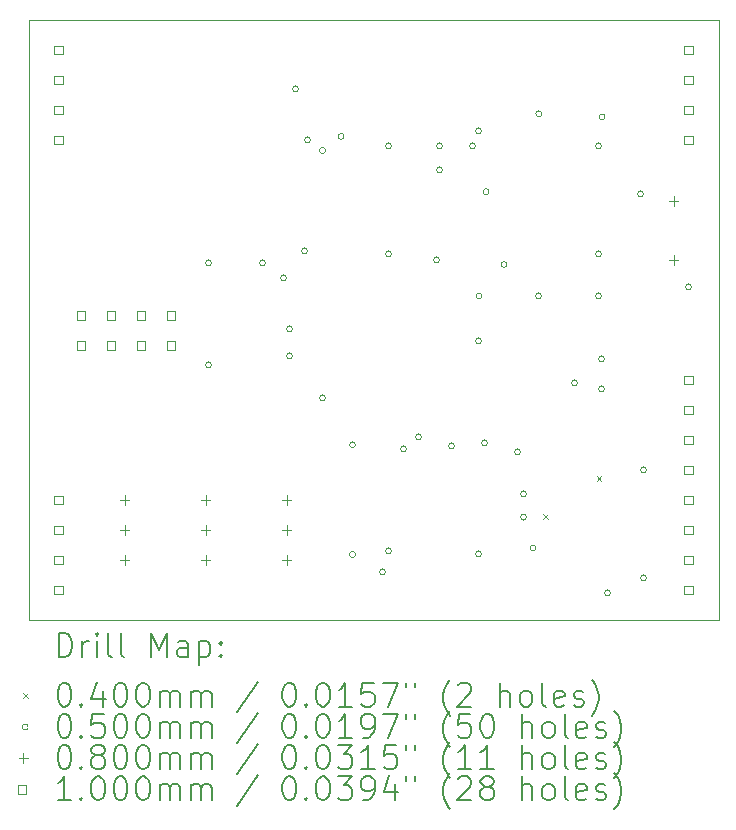
<source format=gbr>
%FSLAX45Y45*%
G04 Gerber Fmt 4.5, Leading zero omitted, Abs format (unit mm)*
G04 Created by KiCad (PCBNEW 6.0.5+dfsg-1~bpo11+1) date 2022-08-08 19:40:30*
%MOMM*%
%LPD*%
G01*
G04 APERTURE LIST*
%TA.AperFunction,Profile*%
%ADD10C,0.050000*%
%TD*%
%ADD11C,0.200000*%
%ADD12C,0.040000*%
%ADD13C,0.050000*%
%ADD14C,0.080000*%
%ADD15C,0.100000*%
G04 APERTURE END LIST*
D10*
X18097500Y-7302500D02*
X12255500Y-7302500D01*
X12255500Y-12382500D02*
X18097500Y-12382500D01*
X18097500Y-12382500D02*
X18097500Y-7302500D01*
X12255500Y-7302500D02*
X12255500Y-12382500D01*
D11*
D12*
X16614460Y-11488740D02*
X16654460Y-11528740D01*
X16654460Y-11488740D02*
X16614460Y-11528740D01*
X17066580Y-11163620D02*
X17106580Y-11203620D01*
X17106580Y-11163620D02*
X17066580Y-11203620D01*
D13*
X13804500Y-9359900D02*
G75*
G03*
X13804500Y-9359900I-25000J0D01*
G01*
X13804500Y-10223500D02*
G75*
G03*
X13804500Y-10223500I-25000J0D01*
G01*
X14261700Y-9359900D02*
G75*
G03*
X14261700Y-9359900I-25000J0D01*
G01*
X14439500Y-9486900D02*
G75*
G03*
X14439500Y-9486900I-25000J0D01*
G01*
X14490300Y-9918700D02*
G75*
G03*
X14490300Y-9918700I-25000J0D01*
G01*
X14490300Y-10147300D02*
G75*
G03*
X14490300Y-10147300I-25000J0D01*
G01*
X14541100Y-7886700D02*
G75*
G03*
X14541100Y-7886700I-25000J0D01*
G01*
X14617300Y-9258300D02*
G75*
G03*
X14617300Y-9258300I-25000J0D01*
G01*
X14642700Y-8318500D02*
G75*
G03*
X14642700Y-8318500I-25000J0D01*
G01*
X14769700Y-8408450D02*
G75*
G03*
X14769700Y-8408450I-25000J0D01*
G01*
X14769700Y-10502900D02*
G75*
G03*
X14769700Y-10502900I-25000J0D01*
G01*
X14926579Y-8288621D02*
G75*
G03*
X14926579Y-8288621I-25000J0D01*
G01*
X15023700Y-10899140D02*
G75*
G03*
X15023700Y-10899140I-25000J0D01*
G01*
X15023700Y-11828780D02*
G75*
G03*
X15023700Y-11828780I-25000J0D01*
G01*
X15277700Y-11976100D02*
G75*
G03*
X15277700Y-11976100I-25000J0D01*
G01*
X15328500Y-8369300D02*
G75*
G03*
X15328500Y-8369300I-25000J0D01*
G01*
X15328500Y-9283700D02*
G75*
G03*
X15328500Y-9283700I-25000J0D01*
G01*
X15328500Y-11798300D02*
G75*
G03*
X15328500Y-11798300I-25000J0D01*
G01*
X15455500Y-10934700D02*
G75*
G03*
X15455500Y-10934700I-25000J0D01*
G01*
X15582500Y-10833100D02*
G75*
G03*
X15582500Y-10833100I-25000J0D01*
G01*
X15734900Y-9334500D02*
G75*
G03*
X15734900Y-9334500I-25000J0D01*
G01*
X15760300Y-8369300D02*
G75*
G03*
X15760300Y-8369300I-25000J0D01*
G01*
X15760300Y-8572500D02*
G75*
G03*
X15760300Y-8572500I-25000J0D01*
G01*
X15861900Y-10909300D02*
G75*
G03*
X15861900Y-10909300I-25000J0D01*
G01*
X16039700Y-8369300D02*
G75*
G03*
X16039700Y-8369300I-25000J0D01*
G01*
X16090500Y-8242300D02*
G75*
G03*
X16090500Y-8242300I-25000J0D01*
G01*
X16090500Y-10020300D02*
G75*
G03*
X16090500Y-10020300I-25000J0D01*
G01*
X16090500Y-11823700D02*
G75*
G03*
X16090500Y-11823700I-25000J0D01*
G01*
X16094550Y-9640152D02*
G75*
G03*
X16094550Y-9640152I-25000J0D01*
G01*
X16141300Y-10883900D02*
G75*
G03*
X16141300Y-10883900I-25000J0D01*
G01*
X16154703Y-8756950D02*
G75*
G03*
X16154703Y-8756950I-25000J0D01*
G01*
X16306504Y-9372704D02*
G75*
G03*
X16306504Y-9372704I-25000J0D01*
G01*
X16420700Y-10960100D02*
G75*
G03*
X16420700Y-10960100I-25000J0D01*
G01*
X16471500Y-11315700D02*
G75*
G03*
X16471500Y-11315700I-25000J0D01*
G01*
X16471500Y-11512250D02*
G75*
G03*
X16471500Y-11512250I-25000J0D01*
G01*
X16551950Y-11772900D02*
G75*
G03*
X16551950Y-11772900I-25000J0D01*
G01*
X16598500Y-9639300D02*
G75*
G03*
X16598500Y-9639300I-25000J0D01*
G01*
X16601040Y-8097520D02*
G75*
G03*
X16601040Y-8097520I-25000J0D01*
G01*
X16903300Y-10375900D02*
G75*
G03*
X16903300Y-10375900I-25000J0D01*
G01*
X17106500Y-8369300D02*
G75*
G03*
X17106500Y-8369300I-25000J0D01*
G01*
X17106500Y-9283700D02*
G75*
G03*
X17106500Y-9283700I-25000J0D01*
G01*
X17106500Y-9639300D02*
G75*
G03*
X17106500Y-9639300I-25000J0D01*
G01*
X17131900Y-10172700D02*
G75*
G03*
X17131900Y-10172700I-25000J0D01*
G01*
X17131900Y-10426700D02*
G75*
G03*
X17131900Y-10426700I-25000J0D01*
G01*
X17136980Y-8122920D02*
G75*
G03*
X17136980Y-8122920I-25000J0D01*
G01*
X17182700Y-12153900D02*
G75*
G03*
X17182700Y-12153900I-25000J0D01*
G01*
X17462100Y-8775700D02*
G75*
G03*
X17462100Y-8775700I-25000J0D01*
G01*
X17487500Y-11112500D02*
G75*
G03*
X17487500Y-11112500I-25000J0D01*
G01*
X17487500Y-12026900D02*
G75*
G03*
X17487500Y-12026900I-25000J0D01*
G01*
X17868500Y-9563100D02*
G75*
G03*
X17868500Y-9563100I-25000J0D01*
G01*
D14*
X13068300Y-11326500D02*
X13068300Y-11406500D01*
X13028300Y-11366500D02*
X13108300Y-11366500D01*
X13068300Y-11580500D02*
X13068300Y-11660500D01*
X13028300Y-11620500D02*
X13108300Y-11620500D01*
X13068300Y-11834500D02*
X13068300Y-11914500D01*
X13028300Y-11874500D02*
X13108300Y-11874500D01*
X13754100Y-11326500D02*
X13754100Y-11406500D01*
X13714100Y-11366500D02*
X13794100Y-11366500D01*
X13754100Y-11580500D02*
X13754100Y-11660500D01*
X13714100Y-11620500D02*
X13794100Y-11620500D01*
X13754100Y-11834500D02*
X13754100Y-11914500D01*
X13714100Y-11874500D02*
X13794100Y-11874500D01*
X14439900Y-11326500D02*
X14439900Y-11406500D01*
X14399900Y-11366500D02*
X14479900Y-11366500D01*
X14439900Y-11580500D02*
X14439900Y-11660500D01*
X14399900Y-11620500D02*
X14479900Y-11620500D01*
X14439900Y-11834500D02*
X14439900Y-11914500D01*
X14399900Y-11874500D02*
X14479900Y-11874500D01*
X17716500Y-8794500D02*
X17716500Y-8874500D01*
X17676500Y-8834500D02*
X17756500Y-8834500D01*
X17716500Y-9294500D02*
X17716500Y-9374500D01*
X17676500Y-9334500D02*
X17756500Y-9334500D01*
D15*
X12544856Y-7591856D02*
X12544856Y-7521144D01*
X12474144Y-7521144D01*
X12474144Y-7591856D01*
X12544856Y-7591856D01*
X12544856Y-7845856D02*
X12544856Y-7775144D01*
X12474144Y-7775144D01*
X12474144Y-7845856D01*
X12544856Y-7845856D01*
X12544856Y-8099856D02*
X12544856Y-8029144D01*
X12474144Y-8029144D01*
X12474144Y-8099856D01*
X12544856Y-8099856D01*
X12544856Y-8353856D02*
X12544856Y-8283144D01*
X12474144Y-8283144D01*
X12474144Y-8353856D01*
X12544856Y-8353856D01*
X12544856Y-11401856D02*
X12544856Y-11331144D01*
X12474144Y-11331144D01*
X12474144Y-11401856D01*
X12544856Y-11401856D01*
X12544856Y-11655856D02*
X12544856Y-11585144D01*
X12474144Y-11585144D01*
X12474144Y-11655856D01*
X12544856Y-11655856D01*
X12544856Y-11909856D02*
X12544856Y-11839144D01*
X12474144Y-11839144D01*
X12474144Y-11909856D01*
X12544856Y-11909856D01*
X12544856Y-12163856D02*
X12544856Y-12093144D01*
X12474144Y-12093144D01*
X12474144Y-12163856D01*
X12544856Y-12163856D01*
X12735356Y-9839756D02*
X12735356Y-9769044D01*
X12664644Y-9769044D01*
X12664644Y-9839756D01*
X12735356Y-9839756D01*
X12735356Y-10093756D02*
X12735356Y-10023044D01*
X12664644Y-10023044D01*
X12664644Y-10093756D01*
X12735356Y-10093756D01*
X12989356Y-9839756D02*
X12989356Y-9769044D01*
X12918644Y-9769044D01*
X12918644Y-9839756D01*
X12989356Y-9839756D01*
X12989356Y-10093756D02*
X12989356Y-10023044D01*
X12918644Y-10023044D01*
X12918644Y-10093756D01*
X12989356Y-10093756D01*
X13243356Y-9839756D02*
X13243356Y-9769044D01*
X13172644Y-9769044D01*
X13172644Y-9839756D01*
X13243356Y-9839756D01*
X13243356Y-10093756D02*
X13243356Y-10023044D01*
X13172644Y-10023044D01*
X13172644Y-10093756D01*
X13243356Y-10093756D01*
X13497356Y-9839756D02*
X13497356Y-9769044D01*
X13426644Y-9769044D01*
X13426644Y-9839756D01*
X13497356Y-9839756D01*
X13497356Y-10093756D02*
X13497356Y-10023044D01*
X13426644Y-10023044D01*
X13426644Y-10093756D01*
X13497356Y-10093756D01*
X17878856Y-7591856D02*
X17878856Y-7521144D01*
X17808144Y-7521144D01*
X17808144Y-7591856D01*
X17878856Y-7591856D01*
X17878856Y-7845856D02*
X17878856Y-7775144D01*
X17808144Y-7775144D01*
X17808144Y-7845856D01*
X17878856Y-7845856D01*
X17878856Y-8099856D02*
X17878856Y-8029144D01*
X17808144Y-8029144D01*
X17808144Y-8099856D01*
X17878856Y-8099856D01*
X17878856Y-8353856D02*
X17878856Y-8283144D01*
X17808144Y-8283144D01*
X17808144Y-8353856D01*
X17878856Y-8353856D01*
X17878856Y-10385856D02*
X17878856Y-10315144D01*
X17808144Y-10315144D01*
X17808144Y-10385856D01*
X17878856Y-10385856D01*
X17878856Y-10639856D02*
X17878856Y-10569144D01*
X17808144Y-10569144D01*
X17808144Y-10639856D01*
X17878856Y-10639856D01*
X17878856Y-10893856D02*
X17878856Y-10823144D01*
X17808144Y-10823144D01*
X17808144Y-10893856D01*
X17878856Y-10893856D01*
X17878856Y-11147856D02*
X17878856Y-11077144D01*
X17808144Y-11077144D01*
X17808144Y-11147856D01*
X17878856Y-11147856D01*
X17878856Y-11401856D02*
X17878856Y-11331144D01*
X17808144Y-11331144D01*
X17808144Y-11401856D01*
X17878856Y-11401856D01*
X17878856Y-11655856D02*
X17878856Y-11585144D01*
X17808144Y-11585144D01*
X17808144Y-11655856D01*
X17878856Y-11655856D01*
X17878856Y-11909856D02*
X17878856Y-11839144D01*
X17808144Y-11839144D01*
X17808144Y-11909856D01*
X17878856Y-11909856D01*
X17878856Y-12163856D02*
X17878856Y-12093144D01*
X17808144Y-12093144D01*
X17808144Y-12163856D01*
X17878856Y-12163856D01*
D11*
X12510619Y-12695476D02*
X12510619Y-12495476D01*
X12558238Y-12495476D01*
X12586809Y-12505000D01*
X12605857Y-12524048D01*
X12615381Y-12543095D01*
X12624905Y-12581190D01*
X12624905Y-12609762D01*
X12615381Y-12647857D01*
X12605857Y-12666905D01*
X12586809Y-12685952D01*
X12558238Y-12695476D01*
X12510619Y-12695476D01*
X12710619Y-12695476D02*
X12710619Y-12562143D01*
X12710619Y-12600238D02*
X12720143Y-12581190D01*
X12729667Y-12571667D01*
X12748714Y-12562143D01*
X12767762Y-12562143D01*
X12834428Y-12695476D02*
X12834428Y-12562143D01*
X12834428Y-12495476D02*
X12824905Y-12505000D01*
X12834428Y-12514524D01*
X12843952Y-12505000D01*
X12834428Y-12495476D01*
X12834428Y-12514524D01*
X12958238Y-12695476D02*
X12939190Y-12685952D01*
X12929667Y-12666905D01*
X12929667Y-12495476D01*
X13063000Y-12695476D02*
X13043952Y-12685952D01*
X13034428Y-12666905D01*
X13034428Y-12495476D01*
X13291571Y-12695476D02*
X13291571Y-12495476D01*
X13358238Y-12638333D01*
X13424905Y-12495476D01*
X13424905Y-12695476D01*
X13605857Y-12695476D02*
X13605857Y-12590714D01*
X13596333Y-12571667D01*
X13577286Y-12562143D01*
X13539190Y-12562143D01*
X13520143Y-12571667D01*
X13605857Y-12685952D02*
X13586809Y-12695476D01*
X13539190Y-12695476D01*
X13520143Y-12685952D01*
X13510619Y-12666905D01*
X13510619Y-12647857D01*
X13520143Y-12628809D01*
X13539190Y-12619286D01*
X13586809Y-12619286D01*
X13605857Y-12609762D01*
X13701095Y-12562143D02*
X13701095Y-12762143D01*
X13701095Y-12571667D02*
X13720143Y-12562143D01*
X13758238Y-12562143D01*
X13777286Y-12571667D01*
X13786809Y-12581190D01*
X13796333Y-12600238D01*
X13796333Y-12657381D01*
X13786809Y-12676428D01*
X13777286Y-12685952D01*
X13758238Y-12695476D01*
X13720143Y-12695476D01*
X13701095Y-12685952D01*
X13882048Y-12676428D02*
X13891571Y-12685952D01*
X13882048Y-12695476D01*
X13872524Y-12685952D01*
X13882048Y-12676428D01*
X13882048Y-12695476D01*
X13882048Y-12571667D02*
X13891571Y-12581190D01*
X13882048Y-12590714D01*
X13872524Y-12581190D01*
X13882048Y-12571667D01*
X13882048Y-12590714D01*
D12*
X12213000Y-13005000D02*
X12253000Y-13045000D01*
X12253000Y-13005000D02*
X12213000Y-13045000D01*
D11*
X12548714Y-12915476D02*
X12567762Y-12915476D01*
X12586809Y-12925000D01*
X12596333Y-12934524D01*
X12605857Y-12953571D01*
X12615381Y-12991667D01*
X12615381Y-13039286D01*
X12605857Y-13077381D01*
X12596333Y-13096428D01*
X12586809Y-13105952D01*
X12567762Y-13115476D01*
X12548714Y-13115476D01*
X12529667Y-13105952D01*
X12520143Y-13096428D01*
X12510619Y-13077381D01*
X12501095Y-13039286D01*
X12501095Y-12991667D01*
X12510619Y-12953571D01*
X12520143Y-12934524D01*
X12529667Y-12925000D01*
X12548714Y-12915476D01*
X12701095Y-13096428D02*
X12710619Y-13105952D01*
X12701095Y-13115476D01*
X12691571Y-13105952D01*
X12701095Y-13096428D01*
X12701095Y-13115476D01*
X12882048Y-12982143D02*
X12882048Y-13115476D01*
X12834428Y-12905952D02*
X12786809Y-13048809D01*
X12910619Y-13048809D01*
X13024905Y-12915476D02*
X13043952Y-12915476D01*
X13063000Y-12925000D01*
X13072524Y-12934524D01*
X13082048Y-12953571D01*
X13091571Y-12991667D01*
X13091571Y-13039286D01*
X13082048Y-13077381D01*
X13072524Y-13096428D01*
X13063000Y-13105952D01*
X13043952Y-13115476D01*
X13024905Y-13115476D01*
X13005857Y-13105952D01*
X12996333Y-13096428D01*
X12986809Y-13077381D01*
X12977286Y-13039286D01*
X12977286Y-12991667D01*
X12986809Y-12953571D01*
X12996333Y-12934524D01*
X13005857Y-12925000D01*
X13024905Y-12915476D01*
X13215381Y-12915476D02*
X13234428Y-12915476D01*
X13253476Y-12925000D01*
X13263000Y-12934524D01*
X13272524Y-12953571D01*
X13282048Y-12991667D01*
X13282048Y-13039286D01*
X13272524Y-13077381D01*
X13263000Y-13096428D01*
X13253476Y-13105952D01*
X13234428Y-13115476D01*
X13215381Y-13115476D01*
X13196333Y-13105952D01*
X13186809Y-13096428D01*
X13177286Y-13077381D01*
X13167762Y-13039286D01*
X13167762Y-12991667D01*
X13177286Y-12953571D01*
X13186809Y-12934524D01*
X13196333Y-12925000D01*
X13215381Y-12915476D01*
X13367762Y-13115476D02*
X13367762Y-12982143D01*
X13367762Y-13001190D02*
X13377286Y-12991667D01*
X13396333Y-12982143D01*
X13424905Y-12982143D01*
X13443952Y-12991667D01*
X13453476Y-13010714D01*
X13453476Y-13115476D01*
X13453476Y-13010714D02*
X13463000Y-12991667D01*
X13482048Y-12982143D01*
X13510619Y-12982143D01*
X13529667Y-12991667D01*
X13539190Y-13010714D01*
X13539190Y-13115476D01*
X13634428Y-13115476D02*
X13634428Y-12982143D01*
X13634428Y-13001190D02*
X13643952Y-12991667D01*
X13663000Y-12982143D01*
X13691571Y-12982143D01*
X13710619Y-12991667D01*
X13720143Y-13010714D01*
X13720143Y-13115476D01*
X13720143Y-13010714D02*
X13729667Y-12991667D01*
X13748714Y-12982143D01*
X13777286Y-12982143D01*
X13796333Y-12991667D01*
X13805857Y-13010714D01*
X13805857Y-13115476D01*
X14196333Y-12905952D02*
X14024905Y-13163095D01*
X14453476Y-12915476D02*
X14472524Y-12915476D01*
X14491571Y-12925000D01*
X14501095Y-12934524D01*
X14510619Y-12953571D01*
X14520143Y-12991667D01*
X14520143Y-13039286D01*
X14510619Y-13077381D01*
X14501095Y-13096428D01*
X14491571Y-13105952D01*
X14472524Y-13115476D01*
X14453476Y-13115476D01*
X14434428Y-13105952D01*
X14424905Y-13096428D01*
X14415381Y-13077381D01*
X14405857Y-13039286D01*
X14405857Y-12991667D01*
X14415381Y-12953571D01*
X14424905Y-12934524D01*
X14434428Y-12925000D01*
X14453476Y-12915476D01*
X14605857Y-13096428D02*
X14615381Y-13105952D01*
X14605857Y-13115476D01*
X14596333Y-13105952D01*
X14605857Y-13096428D01*
X14605857Y-13115476D01*
X14739190Y-12915476D02*
X14758238Y-12915476D01*
X14777286Y-12925000D01*
X14786809Y-12934524D01*
X14796333Y-12953571D01*
X14805857Y-12991667D01*
X14805857Y-13039286D01*
X14796333Y-13077381D01*
X14786809Y-13096428D01*
X14777286Y-13105952D01*
X14758238Y-13115476D01*
X14739190Y-13115476D01*
X14720143Y-13105952D01*
X14710619Y-13096428D01*
X14701095Y-13077381D01*
X14691571Y-13039286D01*
X14691571Y-12991667D01*
X14701095Y-12953571D01*
X14710619Y-12934524D01*
X14720143Y-12925000D01*
X14739190Y-12915476D01*
X14996333Y-13115476D02*
X14882048Y-13115476D01*
X14939190Y-13115476D02*
X14939190Y-12915476D01*
X14920143Y-12944048D01*
X14901095Y-12963095D01*
X14882048Y-12972619D01*
X15177286Y-12915476D02*
X15082048Y-12915476D01*
X15072524Y-13010714D01*
X15082048Y-13001190D01*
X15101095Y-12991667D01*
X15148714Y-12991667D01*
X15167762Y-13001190D01*
X15177286Y-13010714D01*
X15186809Y-13029762D01*
X15186809Y-13077381D01*
X15177286Y-13096428D01*
X15167762Y-13105952D01*
X15148714Y-13115476D01*
X15101095Y-13115476D01*
X15082048Y-13105952D01*
X15072524Y-13096428D01*
X15253476Y-12915476D02*
X15386809Y-12915476D01*
X15301095Y-13115476D01*
X15453476Y-12915476D02*
X15453476Y-12953571D01*
X15529667Y-12915476D02*
X15529667Y-12953571D01*
X15824905Y-13191667D02*
X15815381Y-13182143D01*
X15796333Y-13153571D01*
X15786809Y-13134524D01*
X15777286Y-13105952D01*
X15767762Y-13058333D01*
X15767762Y-13020238D01*
X15777286Y-12972619D01*
X15786809Y-12944048D01*
X15796333Y-12925000D01*
X15815381Y-12896428D01*
X15824905Y-12886905D01*
X15891571Y-12934524D02*
X15901095Y-12925000D01*
X15920143Y-12915476D01*
X15967762Y-12915476D01*
X15986809Y-12925000D01*
X15996333Y-12934524D01*
X16005857Y-12953571D01*
X16005857Y-12972619D01*
X15996333Y-13001190D01*
X15882048Y-13115476D01*
X16005857Y-13115476D01*
X16243952Y-13115476D02*
X16243952Y-12915476D01*
X16329667Y-13115476D02*
X16329667Y-13010714D01*
X16320143Y-12991667D01*
X16301095Y-12982143D01*
X16272524Y-12982143D01*
X16253476Y-12991667D01*
X16243952Y-13001190D01*
X16453476Y-13115476D02*
X16434428Y-13105952D01*
X16424905Y-13096428D01*
X16415381Y-13077381D01*
X16415381Y-13020238D01*
X16424905Y-13001190D01*
X16434428Y-12991667D01*
X16453476Y-12982143D01*
X16482048Y-12982143D01*
X16501095Y-12991667D01*
X16510619Y-13001190D01*
X16520143Y-13020238D01*
X16520143Y-13077381D01*
X16510619Y-13096428D01*
X16501095Y-13105952D01*
X16482048Y-13115476D01*
X16453476Y-13115476D01*
X16634428Y-13115476D02*
X16615381Y-13105952D01*
X16605857Y-13086905D01*
X16605857Y-12915476D01*
X16786810Y-13105952D02*
X16767762Y-13115476D01*
X16729667Y-13115476D01*
X16710619Y-13105952D01*
X16701095Y-13086905D01*
X16701095Y-13010714D01*
X16710619Y-12991667D01*
X16729667Y-12982143D01*
X16767762Y-12982143D01*
X16786810Y-12991667D01*
X16796333Y-13010714D01*
X16796333Y-13029762D01*
X16701095Y-13048809D01*
X16872524Y-13105952D02*
X16891571Y-13115476D01*
X16929667Y-13115476D01*
X16948714Y-13105952D01*
X16958238Y-13086905D01*
X16958238Y-13077381D01*
X16948714Y-13058333D01*
X16929667Y-13048809D01*
X16901095Y-13048809D01*
X16882048Y-13039286D01*
X16872524Y-13020238D01*
X16872524Y-13010714D01*
X16882048Y-12991667D01*
X16901095Y-12982143D01*
X16929667Y-12982143D01*
X16948714Y-12991667D01*
X17024905Y-13191667D02*
X17034429Y-13182143D01*
X17053476Y-13153571D01*
X17063000Y-13134524D01*
X17072524Y-13105952D01*
X17082048Y-13058333D01*
X17082048Y-13020238D01*
X17072524Y-12972619D01*
X17063000Y-12944048D01*
X17053476Y-12925000D01*
X17034429Y-12896428D01*
X17024905Y-12886905D01*
D13*
X12253000Y-13289000D02*
G75*
G03*
X12253000Y-13289000I-25000J0D01*
G01*
D11*
X12548714Y-13179476D02*
X12567762Y-13179476D01*
X12586809Y-13189000D01*
X12596333Y-13198524D01*
X12605857Y-13217571D01*
X12615381Y-13255667D01*
X12615381Y-13303286D01*
X12605857Y-13341381D01*
X12596333Y-13360428D01*
X12586809Y-13369952D01*
X12567762Y-13379476D01*
X12548714Y-13379476D01*
X12529667Y-13369952D01*
X12520143Y-13360428D01*
X12510619Y-13341381D01*
X12501095Y-13303286D01*
X12501095Y-13255667D01*
X12510619Y-13217571D01*
X12520143Y-13198524D01*
X12529667Y-13189000D01*
X12548714Y-13179476D01*
X12701095Y-13360428D02*
X12710619Y-13369952D01*
X12701095Y-13379476D01*
X12691571Y-13369952D01*
X12701095Y-13360428D01*
X12701095Y-13379476D01*
X12891571Y-13179476D02*
X12796333Y-13179476D01*
X12786809Y-13274714D01*
X12796333Y-13265190D01*
X12815381Y-13255667D01*
X12863000Y-13255667D01*
X12882048Y-13265190D01*
X12891571Y-13274714D01*
X12901095Y-13293762D01*
X12901095Y-13341381D01*
X12891571Y-13360428D01*
X12882048Y-13369952D01*
X12863000Y-13379476D01*
X12815381Y-13379476D01*
X12796333Y-13369952D01*
X12786809Y-13360428D01*
X13024905Y-13179476D02*
X13043952Y-13179476D01*
X13063000Y-13189000D01*
X13072524Y-13198524D01*
X13082048Y-13217571D01*
X13091571Y-13255667D01*
X13091571Y-13303286D01*
X13082048Y-13341381D01*
X13072524Y-13360428D01*
X13063000Y-13369952D01*
X13043952Y-13379476D01*
X13024905Y-13379476D01*
X13005857Y-13369952D01*
X12996333Y-13360428D01*
X12986809Y-13341381D01*
X12977286Y-13303286D01*
X12977286Y-13255667D01*
X12986809Y-13217571D01*
X12996333Y-13198524D01*
X13005857Y-13189000D01*
X13024905Y-13179476D01*
X13215381Y-13179476D02*
X13234428Y-13179476D01*
X13253476Y-13189000D01*
X13263000Y-13198524D01*
X13272524Y-13217571D01*
X13282048Y-13255667D01*
X13282048Y-13303286D01*
X13272524Y-13341381D01*
X13263000Y-13360428D01*
X13253476Y-13369952D01*
X13234428Y-13379476D01*
X13215381Y-13379476D01*
X13196333Y-13369952D01*
X13186809Y-13360428D01*
X13177286Y-13341381D01*
X13167762Y-13303286D01*
X13167762Y-13255667D01*
X13177286Y-13217571D01*
X13186809Y-13198524D01*
X13196333Y-13189000D01*
X13215381Y-13179476D01*
X13367762Y-13379476D02*
X13367762Y-13246143D01*
X13367762Y-13265190D02*
X13377286Y-13255667D01*
X13396333Y-13246143D01*
X13424905Y-13246143D01*
X13443952Y-13255667D01*
X13453476Y-13274714D01*
X13453476Y-13379476D01*
X13453476Y-13274714D02*
X13463000Y-13255667D01*
X13482048Y-13246143D01*
X13510619Y-13246143D01*
X13529667Y-13255667D01*
X13539190Y-13274714D01*
X13539190Y-13379476D01*
X13634428Y-13379476D02*
X13634428Y-13246143D01*
X13634428Y-13265190D02*
X13643952Y-13255667D01*
X13663000Y-13246143D01*
X13691571Y-13246143D01*
X13710619Y-13255667D01*
X13720143Y-13274714D01*
X13720143Y-13379476D01*
X13720143Y-13274714D02*
X13729667Y-13255667D01*
X13748714Y-13246143D01*
X13777286Y-13246143D01*
X13796333Y-13255667D01*
X13805857Y-13274714D01*
X13805857Y-13379476D01*
X14196333Y-13169952D02*
X14024905Y-13427095D01*
X14453476Y-13179476D02*
X14472524Y-13179476D01*
X14491571Y-13189000D01*
X14501095Y-13198524D01*
X14510619Y-13217571D01*
X14520143Y-13255667D01*
X14520143Y-13303286D01*
X14510619Y-13341381D01*
X14501095Y-13360428D01*
X14491571Y-13369952D01*
X14472524Y-13379476D01*
X14453476Y-13379476D01*
X14434428Y-13369952D01*
X14424905Y-13360428D01*
X14415381Y-13341381D01*
X14405857Y-13303286D01*
X14405857Y-13255667D01*
X14415381Y-13217571D01*
X14424905Y-13198524D01*
X14434428Y-13189000D01*
X14453476Y-13179476D01*
X14605857Y-13360428D02*
X14615381Y-13369952D01*
X14605857Y-13379476D01*
X14596333Y-13369952D01*
X14605857Y-13360428D01*
X14605857Y-13379476D01*
X14739190Y-13179476D02*
X14758238Y-13179476D01*
X14777286Y-13189000D01*
X14786809Y-13198524D01*
X14796333Y-13217571D01*
X14805857Y-13255667D01*
X14805857Y-13303286D01*
X14796333Y-13341381D01*
X14786809Y-13360428D01*
X14777286Y-13369952D01*
X14758238Y-13379476D01*
X14739190Y-13379476D01*
X14720143Y-13369952D01*
X14710619Y-13360428D01*
X14701095Y-13341381D01*
X14691571Y-13303286D01*
X14691571Y-13255667D01*
X14701095Y-13217571D01*
X14710619Y-13198524D01*
X14720143Y-13189000D01*
X14739190Y-13179476D01*
X14996333Y-13379476D02*
X14882048Y-13379476D01*
X14939190Y-13379476D02*
X14939190Y-13179476D01*
X14920143Y-13208048D01*
X14901095Y-13227095D01*
X14882048Y-13236619D01*
X15091571Y-13379476D02*
X15129667Y-13379476D01*
X15148714Y-13369952D01*
X15158238Y-13360428D01*
X15177286Y-13331857D01*
X15186809Y-13293762D01*
X15186809Y-13217571D01*
X15177286Y-13198524D01*
X15167762Y-13189000D01*
X15148714Y-13179476D01*
X15110619Y-13179476D01*
X15091571Y-13189000D01*
X15082048Y-13198524D01*
X15072524Y-13217571D01*
X15072524Y-13265190D01*
X15082048Y-13284238D01*
X15091571Y-13293762D01*
X15110619Y-13303286D01*
X15148714Y-13303286D01*
X15167762Y-13293762D01*
X15177286Y-13284238D01*
X15186809Y-13265190D01*
X15253476Y-13179476D02*
X15386809Y-13179476D01*
X15301095Y-13379476D01*
X15453476Y-13179476D02*
X15453476Y-13217571D01*
X15529667Y-13179476D02*
X15529667Y-13217571D01*
X15824905Y-13455667D02*
X15815381Y-13446143D01*
X15796333Y-13417571D01*
X15786809Y-13398524D01*
X15777286Y-13369952D01*
X15767762Y-13322333D01*
X15767762Y-13284238D01*
X15777286Y-13236619D01*
X15786809Y-13208048D01*
X15796333Y-13189000D01*
X15815381Y-13160428D01*
X15824905Y-13150905D01*
X15996333Y-13179476D02*
X15901095Y-13179476D01*
X15891571Y-13274714D01*
X15901095Y-13265190D01*
X15920143Y-13255667D01*
X15967762Y-13255667D01*
X15986809Y-13265190D01*
X15996333Y-13274714D01*
X16005857Y-13293762D01*
X16005857Y-13341381D01*
X15996333Y-13360428D01*
X15986809Y-13369952D01*
X15967762Y-13379476D01*
X15920143Y-13379476D01*
X15901095Y-13369952D01*
X15891571Y-13360428D01*
X16129667Y-13179476D02*
X16148714Y-13179476D01*
X16167762Y-13189000D01*
X16177286Y-13198524D01*
X16186809Y-13217571D01*
X16196333Y-13255667D01*
X16196333Y-13303286D01*
X16186809Y-13341381D01*
X16177286Y-13360428D01*
X16167762Y-13369952D01*
X16148714Y-13379476D01*
X16129667Y-13379476D01*
X16110619Y-13369952D01*
X16101095Y-13360428D01*
X16091571Y-13341381D01*
X16082048Y-13303286D01*
X16082048Y-13255667D01*
X16091571Y-13217571D01*
X16101095Y-13198524D01*
X16110619Y-13189000D01*
X16129667Y-13179476D01*
X16434428Y-13379476D02*
X16434428Y-13179476D01*
X16520143Y-13379476D02*
X16520143Y-13274714D01*
X16510619Y-13255667D01*
X16491571Y-13246143D01*
X16463000Y-13246143D01*
X16443952Y-13255667D01*
X16434428Y-13265190D01*
X16643952Y-13379476D02*
X16624905Y-13369952D01*
X16615381Y-13360428D01*
X16605857Y-13341381D01*
X16605857Y-13284238D01*
X16615381Y-13265190D01*
X16624905Y-13255667D01*
X16643952Y-13246143D01*
X16672524Y-13246143D01*
X16691571Y-13255667D01*
X16701095Y-13265190D01*
X16710619Y-13284238D01*
X16710619Y-13341381D01*
X16701095Y-13360428D01*
X16691571Y-13369952D01*
X16672524Y-13379476D01*
X16643952Y-13379476D01*
X16824905Y-13379476D02*
X16805857Y-13369952D01*
X16796333Y-13350905D01*
X16796333Y-13179476D01*
X16977286Y-13369952D02*
X16958238Y-13379476D01*
X16920143Y-13379476D01*
X16901095Y-13369952D01*
X16891571Y-13350905D01*
X16891571Y-13274714D01*
X16901095Y-13255667D01*
X16920143Y-13246143D01*
X16958238Y-13246143D01*
X16977286Y-13255667D01*
X16986810Y-13274714D01*
X16986810Y-13293762D01*
X16891571Y-13312809D01*
X17063000Y-13369952D02*
X17082048Y-13379476D01*
X17120143Y-13379476D01*
X17139190Y-13369952D01*
X17148714Y-13350905D01*
X17148714Y-13341381D01*
X17139190Y-13322333D01*
X17120143Y-13312809D01*
X17091571Y-13312809D01*
X17072524Y-13303286D01*
X17063000Y-13284238D01*
X17063000Y-13274714D01*
X17072524Y-13255667D01*
X17091571Y-13246143D01*
X17120143Y-13246143D01*
X17139190Y-13255667D01*
X17215381Y-13455667D02*
X17224905Y-13446143D01*
X17243952Y-13417571D01*
X17253476Y-13398524D01*
X17263000Y-13369952D01*
X17272524Y-13322333D01*
X17272524Y-13284238D01*
X17263000Y-13236619D01*
X17253476Y-13208048D01*
X17243952Y-13189000D01*
X17224905Y-13160428D01*
X17215381Y-13150905D01*
D14*
X12213000Y-13513000D02*
X12213000Y-13593000D01*
X12173000Y-13553000D02*
X12253000Y-13553000D01*
D11*
X12548714Y-13443476D02*
X12567762Y-13443476D01*
X12586809Y-13453000D01*
X12596333Y-13462524D01*
X12605857Y-13481571D01*
X12615381Y-13519667D01*
X12615381Y-13567286D01*
X12605857Y-13605381D01*
X12596333Y-13624428D01*
X12586809Y-13633952D01*
X12567762Y-13643476D01*
X12548714Y-13643476D01*
X12529667Y-13633952D01*
X12520143Y-13624428D01*
X12510619Y-13605381D01*
X12501095Y-13567286D01*
X12501095Y-13519667D01*
X12510619Y-13481571D01*
X12520143Y-13462524D01*
X12529667Y-13453000D01*
X12548714Y-13443476D01*
X12701095Y-13624428D02*
X12710619Y-13633952D01*
X12701095Y-13643476D01*
X12691571Y-13633952D01*
X12701095Y-13624428D01*
X12701095Y-13643476D01*
X12824905Y-13529190D02*
X12805857Y-13519667D01*
X12796333Y-13510143D01*
X12786809Y-13491095D01*
X12786809Y-13481571D01*
X12796333Y-13462524D01*
X12805857Y-13453000D01*
X12824905Y-13443476D01*
X12863000Y-13443476D01*
X12882048Y-13453000D01*
X12891571Y-13462524D01*
X12901095Y-13481571D01*
X12901095Y-13491095D01*
X12891571Y-13510143D01*
X12882048Y-13519667D01*
X12863000Y-13529190D01*
X12824905Y-13529190D01*
X12805857Y-13538714D01*
X12796333Y-13548238D01*
X12786809Y-13567286D01*
X12786809Y-13605381D01*
X12796333Y-13624428D01*
X12805857Y-13633952D01*
X12824905Y-13643476D01*
X12863000Y-13643476D01*
X12882048Y-13633952D01*
X12891571Y-13624428D01*
X12901095Y-13605381D01*
X12901095Y-13567286D01*
X12891571Y-13548238D01*
X12882048Y-13538714D01*
X12863000Y-13529190D01*
X13024905Y-13443476D02*
X13043952Y-13443476D01*
X13063000Y-13453000D01*
X13072524Y-13462524D01*
X13082048Y-13481571D01*
X13091571Y-13519667D01*
X13091571Y-13567286D01*
X13082048Y-13605381D01*
X13072524Y-13624428D01*
X13063000Y-13633952D01*
X13043952Y-13643476D01*
X13024905Y-13643476D01*
X13005857Y-13633952D01*
X12996333Y-13624428D01*
X12986809Y-13605381D01*
X12977286Y-13567286D01*
X12977286Y-13519667D01*
X12986809Y-13481571D01*
X12996333Y-13462524D01*
X13005857Y-13453000D01*
X13024905Y-13443476D01*
X13215381Y-13443476D02*
X13234428Y-13443476D01*
X13253476Y-13453000D01*
X13263000Y-13462524D01*
X13272524Y-13481571D01*
X13282048Y-13519667D01*
X13282048Y-13567286D01*
X13272524Y-13605381D01*
X13263000Y-13624428D01*
X13253476Y-13633952D01*
X13234428Y-13643476D01*
X13215381Y-13643476D01*
X13196333Y-13633952D01*
X13186809Y-13624428D01*
X13177286Y-13605381D01*
X13167762Y-13567286D01*
X13167762Y-13519667D01*
X13177286Y-13481571D01*
X13186809Y-13462524D01*
X13196333Y-13453000D01*
X13215381Y-13443476D01*
X13367762Y-13643476D02*
X13367762Y-13510143D01*
X13367762Y-13529190D02*
X13377286Y-13519667D01*
X13396333Y-13510143D01*
X13424905Y-13510143D01*
X13443952Y-13519667D01*
X13453476Y-13538714D01*
X13453476Y-13643476D01*
X13453476Y-13538714D02*
X13463000Y-13519667D01*
X13482048Y-13510143D01*
X13510619Y-13510143D01*
X13529667Y-13519667D01*
X13539190Y-13538714D01*
X13539190Y-13643476D01*
X13634428Y-13643476D02*
X13634428Y-13510143D01*
X13634428Y-13529190D02*
X13643952Y-13519667D01*
X13663000Y-13510143D01*
X13691571Y-13510143D01*
X13710619Y-13519667D01*
X13720143Y-13538714D01*
X13720143Y-13643476D01*
X13720143Y-13538714D02*
X13729667Y-13519667D01*
X13748714Y-13510143D01*
X13777286Y-13510143D01*
X13796333Y-13519667D01*
X13805857Y-13538714D01*
X13805857Y-13643476D01*
X14196333Y-13433952D02*
X14024905Y-13691095D01*
X14453476Y-13443476D02*
X14472524Y-13443476D01*
X14491571Y-13453000D01*
X14501095Y-13462524D01*
X14510619Y-13481571D01*
X14520143Y-13519667D01*
X14520143Y-13567286D01*
X14510619Y-13605381D01*
X14501095Y-13624428D01*
X14491571Y-13633952D01*
X14472524Y-13643476D01*
X14453476Y-13643476D01*
X14434428Y-13633952D01*
X14424905Y-13624428D01*
X14415381Y-13605381D01*
X14405857Y-13567286D01*
X14405857Y-13519667D01*
X14415381Y-13481571D01*
X14424905Y-13462524D01*
X14434428Y-13453000D01*
X14453476Y-13443476D01*
X14605857Y-13624428D02*
X14615381Y-13633952D01*
X14605857Y-13643476D01*
X14596333Y-13633952D01*
X14605857Y-13624428D01*
X14605857Y-13643476D01*
X14739190Y-13443476D02*
X14758238Y-13443476D01*
X14777286Y-13453000D01*
X14786809Y-13462524D01*
X14796333Y-13481571D01*
X14805857Y-13519667D01*
X14805857Y-13567286D01*
X14796333Y-13605381D01*
X14786809Y-13624428D01*
X14777286Y-13633952D01*
X14758238Y-13643476D01*
X14739190Y-13643476D01*
X14720143Y-13633952D01*
X14710619Y-13624428D01*
X14701095Y-13605381D01*
X14691571Y-13567286D01*
X14691571Y-13519667D01*
X14701095Y-13481571D01*
X14710619Y-13462524D01*
X14720143Y-13453000D01*
X14739190Y-13443476D01*
X14872524Y-13443476D02*
X14996333Y-13443476D01*
X14929667Y-13519667D01*
X14958238Y-13519667D01*
X14977286Y-13529190D01*
X14986809Y-13538714D01*
X14996333Y-13557762D01*
X14996333Y-13605381D01*
X14986809Y-13624428D01*
X14977286Y-13633952D01*
X14958238Y-13643476D01*
X14901095Y-13643476D01*
X14882048Y-13633952D01*
X14872524Y-13624428D01*
X15186809Y-13643476D02*
X15072524Y-13643476D01*
X15129667Y-13643476D02*
X15129667Y-13443476D01*
X15110619Y-13472048D01*
X15091571Y-13491095D01*
X15072524Y-13500619D01*
X15367762Y-13443476D02*
X15272524Y-13443476D01*
X15263000Y-13538714D01*
X15272524Y-13529190D01*
X15291571Y-13519667D01*
X15339190Y-13519667D01*
X15358238Y-13529190D01*
X15367762Y-13538714D01*
X15377286Y-13557762D01*
X15377286Y-13605381D01*
X15367762Y-13624428D01*
X15358238Y-13633952D01*
X15339190Y-13643476D01*
X15291571Y-13643476D01*
X15272524Y-13633952D01*
X15263000Y-13624428D01*
X15453476Y-13443476D02*
X15453476Y-13481571D01*
X15529667Y-13443476D02*
X15529667Y-13481571D01*
X15824905Y-13719667D02*
X15815381Y-13710143D01*
X15796333Y-13681571D01*
X15786809Y-13662524D01*
X15777286Y-13633952D01*
X15767762Y-13586333D01*
X15767762Y-13548238D01*
X15777286Y-13500619D01*
X15786809Y-13472048D01*
X15796333Y-13453000D01*
X15815381Y-13424428D01*
X15824905Y-13414905D01*
X16005857Y-13643476D02*
X15891571Y-13643476D01*
X15948714Y-13643476D02*
X15948714Y-13443476D01*
X15929667Y-13472048D01*
X15910619Y-13491095D01*
X15891571Y-13500619D01*
X16196333Y-13643476D02*
X16082048Y-13643476D01*
X16139190Y-13643476D02*
X16139190Y-13443476D01*
X16120143Y-13472048D01*
X16101095Y-13491095D01*
X16082048Y-13500619D01*
X16434428Y-13643476D02*
X16434428Y-13443476D01*
X16520143Y-13643476D02*
X16520143Y-13538714D01*
X16510619Y-13519667D01*
X16491571Y-13510143D01*
X16463000Y-13510143D01*
X16443952Y-13519667D01*
X16434428Y-13529190D01*
X16643952Y-13643476D02*
X16624905Y-13633952D01*
X16615381Y-13624428D01*
X16605857Y-13605381D01*
X16605857Y-13548238D01*
X16615381Y-13529190D01*
X16624905Y-13519667D01*
X16643952Y-13510143D01*
X16672524Y-13510143D01*
X16691571Y-13519667D01*
X16701095Y-13529190D01*
X16710619Y-13548238D01*
X16710619Y-13605381D01*
X16701095Y-13624428D01*
X16691571Y-13633952D01*
X16672524Y-13643476D01*
X16643952Y-13643476D01*
X16824905Y-13643476D02*
X16805857Y-13633952D01*
X16796333Y-13614905D01*
X16796333Y-13443476D01*
X16977286Y-13633952D02*
X16958238Y-13643476D01*
X16920143Y-13643476D01*
X16901095Y-13633952D01*
X16891571Y-13614905D01*
X16891571Y-13538714D01*
X16901095Y-13519667D01*
X16920143Y-13510143D01*
X16958238Y-13510143D01*
X16977286Y-13519667D01*
X16986810Y-13538714D01*
X16986810Y-13557762D01*
X16891571Y-13576809D01*
X17063000Y-13633952D02*
X17082048Y-13643476D01*
X17120143Y-13643476D01*
X17139190Y-13633952D01*
X17148714Y-13614905D01*
X17148714Y-13605381D01*
X17139190Y-13586333D01*
X17120143Y-13576809D01*
X17091571Y-13576809D01*
X17072524Y-13567286D01*
X17063000Y-13548238D01*
X17063000Y-13538714D01*
X17072524Y-13519667D01*
X17091571Y-13510143D01*
X17120143Y-13510143D01*
X17139190Y-13519667D01*
X17215381Y-13719667D02*
X17224905Y-13710143D01*
X17243952Y-13681571D01*
X17253476Y-13662524D01*
X17263000Y-13633952D01*
X17272524Y-13586333D01*
X17272524Y-13548238D01*
X17263000Y-13500619D01*
X17253476Y-13472048D01*
X17243952Y-13453000D01*
X17224905Y-13424428D01*
X17215381Y-13414905D01*
D15*
X12238356Y-13852356D02*
X12238356Y-13781644D01*
X12167644Y-13781644D01*
X12167644Y-13852356D01*
X12238356Y-13852356D01*
D11*
X12615381Y-13907476D02*
X12501095Y-13907476D01*
X12558238Y-13907476D02*
X12558238Y-13707476D01*
X12539190Y-13736048D01*
X12520143Y-13755095D01*
X12501095Y-13764619D01*
X12701095Y-13888428D02*
X12710619Y-13897952D01*
X12701095Y-13907476D01*
X12691571Y-13897952D01*
X12701095Y-13888428D01*
X12701095Y-13907476D01*
X12834428Y-13707476D02*
X12853476Y-13707476D01*
X12872524Y-13717000D01*
X12882048Y-13726524D01*
X12891571Y-13745571D01*
X12901095Y-13783667D01*
X12901095Y-13831286D01*
X12891571Y-13869381D01*
X12882048Y-13888428D01*
X12872524Y-13897952D01*
X12853476Y-13907476D01*
X12834428Y-13907476D01*
X12815381Y-13897952D01*
X12805857Y-13888428D01*
X12796333Y-13869381D01*
X12786809Y-13831286D01*
X12786809Y-13783667D01*
X12796333Y-13745571D01*
X12805857Y-13726524D01*
X12815381Y-13717000D01*
X12834428Y-13707476D01*
X13024905Y-13707476D02*
X13043952Y-13707476D01*
X13063000Y-13717000D01*
X13072524Y-13726524D01*
X13082048Y-13745571D01*
X13091571Y-13783667D01*
X13091571Y-13831286D01*
X13082048Y-13869381D01*
X13072524Y-13888428D01*
X13063000Y-13897952D01*
X13043952Y-13907476D01*
X13024905Y-13907476D01*
X13005857Y-13897952D01*
X12996333Y-13888428D01*
X12986809Y-13869381D01*
X12977286Y-13831286D01*
X12977286Y-13783667D01*
X12986809Y-13745571D01*
X12996333Y-13726524D01*
X13005857Y-13717000D01*
X13024905Y-13707476D01*
X13215381Y-13707476D02*
X13234428Y-13707476D01*
X13253476Y-13717000D01*
X13263000Y-13726524D01*
X13272524Y-13745571D01*
X13282048Y-13783667D01*
X13282048Y-13831286D01*
X13272524Y-13869381D01*
X13263000Y-13888428D01*
X13253476Y-13897952D01*
X13234428Y-13907476D01*
X13215381Y-13907476D01*
X13196333Y-13897952D01*
X13186809Y-13888428D01*
X13177286Y-13869381D01*
X13167762Y-13831286D01*
X13167762Y-13783667D01*
X13177286Y-13745571D01*
X13186809Y-13726524D01*
X13196333Y-13717000D01*
X13215381Y-13707476D01*
X13367762Y-13907476D02*
X13367762Y-13774143D01*
X13367762Y-13793190D02*
X13377286Y-13783667D01*
X13396333Y-13774143D01*
X13424905Y-13774143D01*
X13443952Y-13783667D01*
X13453476Y-13802714D01*
X13453476Y-13907476D01*
X13453476Y-13802714D02*
X13463000Y-13783667D01*
X13482048Y-13774143D01*
X13510619Y-13774143D01*
X13529667Y-13783667D01*
X13539190Y-13802714D01*
X13539190Y-13907476D01*
X13634428Y-13907476D02*
X13634428Y-13774143D01*
X13634428Y-13793190D02*
X13643952Y-13783667D01*
X13663000Y-13774143D01*
X13691571Y-13774143D01*
X13710619Y-13783667D01*
X13720143Y-13802714D01*
X13720143Y-13907476D01*
X13720143Y-13802714D02*
X13729667Y-13783667D01*
X13748714Y-13774143D01*
X13777286Y-13774143D01*
X13796333Y-13783667D01*
X13805857Y-13802714D01*
X13805857Y-13907476D01*
X14196333Y-13697952D02*
X14024905Y-13955095D01*
X14453476Y-13707476D02*
X14472524Y-13707476D01*
X14491571Y-13717000D01*
X14501095Y-13726524D01*
X14510619Y-13745571D01*
X14520143Y-13783667D01*
X14520143Y-13831286D01*
X14510619Y-13869381D01*
X14501095Y-13888428D01*
X14491571Y-13897952D01*
X14472524Y-13907476D01*
X14453476Y-13907476D01*
X14434428Y-13897952D01*
X14424905Y-13888428D01*
X14415381Y-13869381D01*
X14405857Y-13831286D01*
X14405857Y-13783667D01*
X14415381Y-13745571D01*
X14424905Y-13726524D01*
X14434428Y-13717000D01*
X14453476Y-13707476D01*
X14605857Y-13888428D02*
X14615381Y-13897952D01*
X14605857Y-13907476D01*
X14596333Y-13897952D01*
X14605857Y-13888428D01*
X14605857Y-13907476D01*
X14739190Y-13707476D02*
X14758238Y-13707476D01*
X14777286Y-13717000D01*
X14786809Y-13726524D01*
X14796333Y-13745571D01*
X14805857Y-13783667D01*
X14805857Y-13831286D01*
X14796333Y-13869381D01*
X14786809Y-13888428D01*
X14777286Y-13897952D01*
X14758238Y-13907476D01*
X14739190Y-13907476D01*
X14720143Y-13897952D01*
X14710619Y-13888428D01*
X14701095Y-13869381D01*
X14691571Y-13831286D01*
X14691571Y-13783667D01*
X14701095Y-13745571D01*
X14710619Y-13726524D01*
X14720143Y-13717000D01*
X14739190Y-13707476D01*
X14872524Y-13707476D02*
X14996333Y-13707476D01*
X14929667Y-13783667D01*
X14958238Y-13783667D01*
X14977286Y-13793190D01*
X14986809Y-13802714D01*
X14996333Y-13821762D01*
X14996333Y-13869381D01*
X14986809Y-13888428D01*
X14977286Y-13897952D01*
X14958238Y-13907476D01*
X14901095Y-13907476D01*
X14882048Y-13897952D01*
X14872524Y-13888428D01*
X15091571Y-13907476D02*
X15129667Y-13907476D01*
X15148714Y-13897952D01*
X15158238Y-13888428D01*
X15177286Y-13859857D01*
X15186809Y-13821762D01*
X15186809Y-13745571D01*
X15177286Y-13726524D01*
X15167762Y-13717000D01*
X15148714Y-13707476D01*
X15110619Y-13707476D01*
X15091571Y-13717000D01*
X15082048Y-13726524D01*
X15072524Y-13745571D01*
X15072524Y-13793190D01*
X15082048Y-13812238D01*
X15091571Y-13821762D01*
X15110619Y-13831286D01*
X15148714Y-13831286D01*
X15167762Y-13821762D01*
X15177286Y-13812238D01*
X15186809Y-13793190D01*
X15358238Y-13774143D02*
X15358238Y-13907476D01*
X15310619Y-13697952D02*
X15263000Y-13840809D01*
X15386809Y-13840809D01*
X15453476Y-13707476D02*
X15453476Y-13745571D01*
X15529667Y-13707476D02*
X15529667Y-13745571D01*
X15824905Y-13983667D02*
X15815381Y-13974143D01*
X15796333Y-13945571D01*
X15786809Y-13926524D01*
X15777286Y-13897952D01*
X15767762Y-13850333D01*
X15767762Y-13812238D01*
X15777286Y-13764619D01*
X15786809Y-13736048D01*
X15796333Y-13717000D01*
X15815381Y-13688428D01*
X15824905Y-13678905D01*
X15891571Y-13726524D02*
X15901095Y-13717000D01*
X15920143Y-13707476D01*
X15967762Y-13707476D01*
X15986809Y-13717000D01*
X15996333Y-13726524D01*
X16005857Y-13745571D01*
X16005857Y-13764619D01*
X15996333Y-13793190D01*
X15882048Y-13907476D01*
X16005857Y-13907476D01*
X16120143Y-13793190D02*
X16101095Y-13783667D01*
X16091571Y-13774143D01*
X16082048Y-13755095D01*
X16082048Y-13745571D01*
X16091571Y-13726524D01*
X16101095Y-13717000D01*
X16120143Y-13707476D01*
X16158238Y-13707476D01*
X16177286Y-13717000D01*
X16186809Y-13726524D01*
X16196333Y-13745571D01*
X16196333Y-13755095D01*
X16186809Y-13774143D01*
X16177286Y-13783667D01*
X16158238Y-13793190D01*
X16120143Y-13793190D01*
X16101095Y-13802714D01*
X16091571Y-13812238D01*
X16082048Y-13831286D01*
X16082048Y-13869381D01*
X16091571Y-13888428D01*
X16101095Y-13897952D01*
X16120143Y-13907476D01*
X16158238Y-13907476D01*
X16177286Y-13897952D01*
X16186809Y-13888428D01*
X16196333Y-13869381D01*
X16196333Y-13831286D01*
X16186809Y-13812238D01*
X16177286Y-13802714D01*
X16158238Y-13793190D01*
X16434428Y-13907476D02*
X16434428Y-13707476D01*
X16520143Y-13907476D02*
X16520143Y-13802714D01*
X16510619Y-13783667D01*
X16491571Y-13774143D01*
X16463000Y-13774143D01*
X16443952Y-13783667D01*
X16434428Y-13793190D01*
X16643952Y-13907476D02*
X16624905Y-13897952D01*
X16615381Y-13888428D01*
X16605857Y-13869381D01*
X16605857Y-13812238D01*
X16615381Y-13793190D01*
X16624905Y-13783667D01*
X16643952Y-13774143D01*
X16672524Y-13774143D01*
X16691571Y-13783667D01*
X16701095Y-13793190D01*
X16710619Y-13812238D01*
X16710619Y-13869381D01*
X16701095Y-13888428D01*
X16691571Y-13897952D01*
X16672524Y-13907476D01*
X16643952Y-13907476D01*
X16824905Y-13907476D02*
X16805857Y-13897952D01*
X16796333Y-13878905D01*
X16796333Y-13707476D01*
X16977286Y-13897952D02*
X16958238Y-13907476D01*
X16920143Y-13907476D01*
X16901095Y-13897952D01*
X16891571Y-13878905D01*
X16891571Y-13802714D01*
X16901095Y-13783667D01*
X16920143Y-13774143D01*
X16958238Y-13774143D01*
X16977286Y-13783667D01*
X16986810Y-13802714D01*
X16986810Y-13821762D01*
X16891571Y-13840809D01*
X17063000Y-13897952D02*
X17082048Y-13907476D01*
X17120143Y-13907476D01*
X17139190Y-13897952D01*
X17148714Y-13878905D01*
X17148714Y-13869381D01*
X17139190Y-13850333D01*
X17120143Y-13840809D01*
X17091571Y-13840809D01*
X17072524Y-13831286D01*
X17063000Y-13812238D01*
X17063000Y-13802714D01*
X17072524Y-13783667D01*
X17091571Y-13774143D01*
X17120143Y-13774143D01*
X17139190Y-13783667D01*
X17215381Y-13983667D02*
X17224905Y-13974143D01*
X17243952Y-13945571D01*
X17253476Y-13926524D01*
X17263000Y-13897952D01*
X17272524Y-13850333D01*
X17272524Y-13812238D01*
X17263000Y-13764619D01*
X17253476Y-13736048D01*
X17243952Y-13717000D01*
X17224905Y-13688428D01*
X17215381Y-13678905D01*
M02*

</source>
